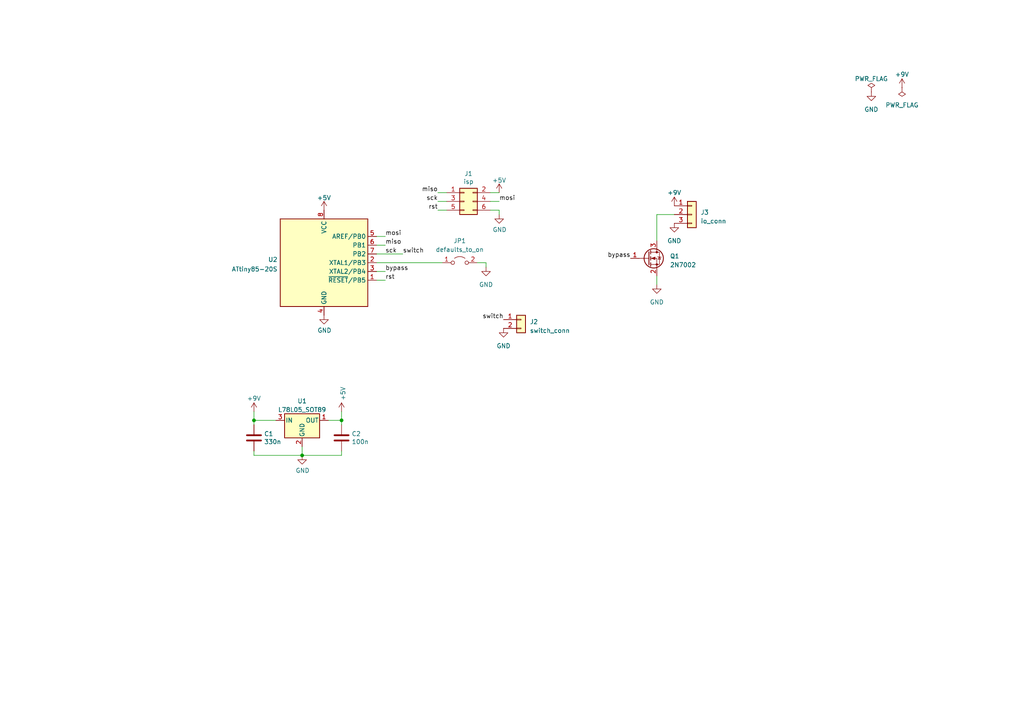
<source format=kicad_sch>
(kicad_sch (version 20230121) (generator eeschema)
  (paper "A4")
  (title_block (title "Switch Mod") (date "2023-07-05") (rev "1") (company "Heuristic Industries"))
  (lib_symbols
    (symbol "Connector_Generic:Conn_01x02" (pin_names (offset 1.016) hide)
      (property "Reference" "J" (at 0 2.54 0))
      (property "Value" "Conn_01x02" (at 0 -5.08 0))
      (symbol "Conn_01x02_1_1"
        (rectangle (start -1.27 -2.413) (end 0 -2.667) (stroke (width 0.1524)))
        (rectangle (start -1.27 0.127) (end 0 -0.127) (stroke (width 0.1524)))
        (rectangle (start -1.27 1.27) (end 1.27 -3.81) (stroke (width 0.254)) (fill (type background)))
        (pin passive line (at -5.08 0 0) (length 3.81) (name "Pin_1") (number "1"))
        (pin passive line (at -5.08 -2.54 0) (length 3.81) (name "Pin_2") (number "2"))
      )
    )
    (symbol "Connector_Generic:Conn_01x03" (pin_names (offset 1.016) hide)
      (property "Reference" "J" (at 0 5.08 0))
      (property "Value" "Conn_01x03" (at 0 -5.08 0))
      (symbol "Conn_01x03_1_1"
        (rectangle (start -1.27 -2.413) (end 0 -2.667) (stroke (width 0.1524)))
        (rectangle (start -1.27 0.127) (end 0 -0.127) (stroke (width 0.1524)))
        (rectangle (start -1.27 2.667) (end 0 2.413) (stroke (width 0.1524)))
        (rectangle (start -1.27 3.81) (end 1.27 -3.81) (stroke (width 0.254)) (fill (type background)))
        (pin passive line (at -5.08 2.54 0) (length 3.81) (name "Pin_1") (number "1"))
        (pin passive line (at -5.08 0 0) (length 3.81) (name "Pin_2") (number "2"))
        (pin passive line (at -5.08 -2.54 0) (length 3.81) (name "Pin_3") (number "3"))
      )
    )
    (symbol "Connector_Generic:Conn_02x03_Odd_Even" (pin_names (offset 1.016) hide)
      (property "Reference" "J" (at 1.27 5.08 0))
      (property "Value" "Conn_02x03_Odd_Even" (at 1.27 -5.08 0))
      (symbol "Conn_02x03_Odd_Even_1_1"
        (rectangle (start -1.27 -2.413) (end 0 -2.667) (stroke (width 0.1524)))
        (rectangle (start -1.27 0.127) (end 0 -0.127) (stroke (width 0.1524)))
        (rectangle (start -1.27 2.667) (end 0 2.413) (stroke (width 0.1524)))
        (rectangle (start -1.27 3.81) (end 3.81 -3.81) (stroke (width 0.254)) (fill (type background)))
        (rectangle (start 3.81 -2.413) (end 2.54 -2.667) (stroke (width 0.1524)))
        (rectangle (start 3.81 0.127) (end 2.54 -0.127) (stroke (width 0.1524)))
        (rectangle (start 3.81 2.667) (end 2.54 2.413) (stroke (width 0.1524)))
        (pin passive line (at -5.08 2.54 0) (length 3.81) (name "Pin_1") (number "1"))
        (pin passive line (at 7.62 2.54 180) (length 3.81) (name "Pin_2") (number "2"))
        (pin passive line (at -5.08 0 0) (length 3.81) (name "Pin_3") (number "3"))
        (pin passive line (at 7.62 0 180) (length 3.81) (name "Pin_4") (number "4"))
        (pin passive line (at -5.08 -2.54 0) (length 3.81) (name "Pin_5") (number "5"))
        (pin passive line (at 7.62 -2.54 180) (length 3.81) (name "Pin_6") (number "6"))
      )
    )
    (symbol "Device:C" (pin_numbers hide) (pin_names (offset 0.254))
      (property "Reference" "C" (at 0.635 2.54 0))
      (property "Value" "C" (at 0.635 -2.54 0))
      (symbol "C_0_1"
        (polyline (pts (xy -2.032 -0.762) (xy 2.032 -0.762)) (stroke (width 0.508)))
        (polyline (pts (xy -2.032 0.762) (xy 2.032 0.762)) (stroke (width 0.508)))
      )
      (symbol "C_1_1"
        (pin passive line (at 0 3.81 270) (length 2.794) (name "~") (number "1"))
        (pin passive line (at 0 -3.81 90) (length 2.794) (name "~") (number "2"))
      )
    )
    (symbol "Jumper:Jumper_2_Open" (pin_names (offset 0) hide)
      (property "Reference" "JP" (at 0 2.794 0))
      (property "Value" "Jumper_2_Open" (at 0 -2.286 0))
      (symbol "Jumper_2_Open_0_0"
        (circle (center -2.032 0) (radius 0.508))
        (circle (center 2.032 0) (radius 0.508))
      )
      (symbol "Jumper_2_Open_0_1"
        (arc (start 1.524 1.27) (mid 0 1.778) (end -1.524 1.27))
      )
      (symbol "Jumper_2_Open_1_1"
        (pin passive line (at -5.08 0 0) (length 2.54) (name "A") (number "1"))
        (pin passive line (at 5.08 0 180) (length 2.54) (name "B") (number "2"))
      )
    )
    (symbol "MCU_Microchip_ATtiny:ATtiny85-20S"
      (property "Reference" "U" (at -12.7 13.97 0))
      (property "Value" "ATtiny85-20S" (at 2.54 -13.97 0))
      (symbol "ATtiny85-20S_0_1"
        (rectangle (start -12.7 -12.7) (end 12.7 12.7) (stroke (width 0.254)) (fill (type background)))
      )
      (symbol "ATtiny85-20S_1_1"
        (pin bidirectional line (at 15.24 -5.08 180) (length 2.54) (name "~{RESET}/PB5") (number "1"))
        (pin bidirectional line (at 15.24 0 180) (length 2.54) (name "XTAL1/PB3") (number "2"))
        (pin bidirectional line (at 15.24 -2.54 180) (length 2.54) (name "XTAL2/PB4") (number "3"))
        (pin power_in line (at 0 -15.24 90) (length 2.54) (name "GND") (number "4"))
        (pin bidirectional line (at 15.24 7.62 180) (length 2.54) (name "AREF/PB0") (number "5"))
        (pin bidirectional line (at 15.24 5.08 180) (length 2.54) (name "PB1") (number "6"))
        (pin bidirectional line (at 15.24 2.54 180) (length 2.54) (name "PB2") (number "7"))
        (pin power_in line (at 0 15.24 270) (length 2.54) (name "VCC") (number "8"))
      )
    )
    (symbol "Regulator_Linear:L78L05_SOT89" (pin_names (offset 0.254))
      (property "Reference" "U" (at -3.81 3.175 0))
      (property "Value" "L78L05_SOT89" (at -0.635 3.175 0))
      (symbol "L78L05_SOT89_0_1"
        (rectangle (start -5.08 1.905) (end 5.08 -5.08) (stroke (width 0.254)) (fill (type background)))
      )
      (symbol "L78L05_SOT89_1_1"
        (pin power_out line (at 7.62 0 180) (length 2.54) (name "OUT") (number "1"))
        (pin power_in line (at 0 -7.62 90) (length 2.54) (name "GND") (number "2"))
        (pin power_in line (at -7.62 0 0) (length 2.54) (name "IN") (number "3"))
      )
    )
    (symbol "Transistor_FET:2N7002" (pin_names hide)
      (property "Reference" "Q" (at 5.08 1.905 0))
      (property "Value" "2N7002" (at 5.08 0 0))
      (symbol "2N7002_0_1"
        (polyline (pts (xy 0.254 0) (xy -2.54 0)))
        (polyline (pts (xy 0.254 1.905) (xy 0.254 -1.905)) (stroke (width 0.254)))
        (polyline (pts (xy 0.762 -1.27) (xy 0.762 -2.286)) (stroke (width 0.254)))
        (polyline (pts (xy 0.762 0.508) (xy 0.762 -0.508)) (stroke (width 0.254)))
        (polyline (pts (xy 0.762 2.286) (xy 0.762 1.27)) (stroke (width 0.254)))
        (polyline (pts (xy 2.54 2.54) (xy 2.54 1.778)))
        (polyline (pts (xy 2.54 -2.54) (xy 2.54 0) (xy 0.762 0)))
        (polyline (pts (xy 0.762 -1.778) (xy 3.302 -1.778) (xy 3.302 1.778) (xy 0.762 1.778)))
        (polyline (pts (xy 1.016 0) (xy 2.032 0.381) (xy 2.032 -0.381) (xy 1.016 0)) (fill (type outline)))
        (polyline (pts (xy 2.794 0.508) (xy 2.921 0.381) (xy 3.683 0.381) (xy 3.81 0.254)))
        (polyline (pts (xy 3.302 0.381) (xy 2.921 -0.254) (xy 3.683 -0.254) (xy 3.302 0.381)))
        (circle (center 1.651 0) (radius 2.794) (stroke (width 0.254)))
        (circle (center 2.54 -1.778) (radius 0.254) (fill (type outline)))
        (circle (center 2.54 1.778) (radius 0.254) (fill (type outline)))
      )
      (symbol "2N7002_1_1"
        (pin input line (at -5.08 0 0) (length 2.54) (name "G") (number "1"))
        (pin passive line (at 2.54 -5.08 90) (length 2.54) (name "S") (number "2"))
        (pin passive line (at 2.54 5.08 270) (length 2.54) (name "D") (number "3"))
      )
    )
    (symbol "power:+5V" (power) (pin_names (offset 0))
      (property "Value" "+5V" (at 0 3.556 0))
      (symbol "+5V_0_1"
        (polyline (pts (xy -0.762 1.27) (xy 0 2.54)))
        (polyline (pts (xy 0 0) (xy 0 2.54)))
        (polyline (pts (xy 0 2.54) (xy 0.762 1.27)))
      )
      (symbol "+5V_1_1"
        (pin power_in line (at 0 0 90) (length 0) hide (name "+5V") (number "1"))
      )
    )
    (symbol "power:+9V" (power) (pin_names (offset 0))
      (property "Value" "+9V" (at 0 3.556 0))
      (symbol "+9V_0_1"
        (polyline (pts (xy -0.762 1.27) (xy 0 2.54)))
        (polyline (pts (xy 0 0) (xy 0 2.54)))
        (polyline (pts (xy 0 2.54) (xy 0.762 1.27)))
      )
      (symbol "+9V_1_1"
        (pin power_in line (at 0 0 90) (length 0) hide (name "+9V") (number "1"))
      )
    )
    (symbol "power:GND" (power) (pin_names (offset 0))
      (property "Value" "GND" (at 0 -3.81 0))
      (symbol "GND_0_1"
        (polyline (pts (xy 0 0) (xy 0 -1.27) (xy 1.27 -1.27) (xy 0 -2.54) (xy -1.27 -1.27) (xy 0 -1.27)))
      )
      (symbol "GND_1_1"
        (pin power_in line (at 0 0 270) (length 0) hide (name "GND") (number "1"))
      )
    )
    (symbol "power:PWR_FLAG" (power) (pin_numbers hide) (pin_names (offset 0) hide)
      (property "Value" "PWR_FLAG" (at 0 3.81 0))
      (symbol "PWR_FLAG_0_0"
        (pin power_out line (at 0 0 90) (length 0) (name "pwr") (number "1"))
      )
      (symbol "PWR_FLAG_0_1"
        (polyline (pts (xy 0 0) (xy 0 1.27) (xy -1.016 1.905) (xy 0 2.54) (xy 1.016 1.905) (xy 0 1.27)))
      )
    )
  )
  (junction (at 99.06 121.92))
  (junction (at 87.63 132.08))
  (junction (at 73.66 121.92))
  (wire (pts (xy 111.76 81.28) (xy 109.22 81.28)))
  (wire (pts (xy 144.78 55.88) (xy 142.24 55.88)))
  (wire (pts (xy 140.97 76.2) (xy 138.43 76.2)))
  (wire (pts (xy 99.06 119.38) (xy 99.06 121.92)))
  (wire (pts (xy 73.66 121.92) (xy 80.01 121.92)))
  (wire (pts (xy 144.78 60.96) (xy 142.24 60.96)))
  (wire (pts (xy 87.63 132.08) (xy 99.06 132.08)))
  (wire (pts (xy 99.06 123.19) (xy 99.06 121.92)))
  (wire (pts (xy 99.06 121.92) (xy 95.25 121.92)))
  (wire (pts (xy 190.5 80.01) (xy 190.5 82.55)))
  (wire (pts (xy 73.66 119.38) (xy 73.66 121.92)))
  (wire (pts (xy 140.97 77.47) (xy 140.97 76.2)))
  (wire (pts (xy 127 55.88) (xy 129.54 55.88)))
  (wire (pts (xy 109.22 68.58) (xy 111.76 68.58)))
  (wire (pts (xy 190.5 62.23) (xy 190.5 69.85)))
  (wire (pts (xy 109.22 78.74) (xy 111.76 78.74)))
  (wire (pts (xy 73.66 130.81) (xy 73.66 132.08)))
  (wire (pts (xy 195.58 62.23) (xy 190.5 62.23)))
  (wire (pts (xy 73.66 132.08) (xy 87.63 132.08)))
  (wire (pts (xy 111.76 71.12) (xy 109.22 71.12)))
  (wire (pts (xy 87.63 132.08) (xy 87.63 129.54)))
  (wire (pts (xy 99.06 130.81) (xy 99.06 132.08)))
  (wire (pts (xy 73.66 123.19) (xy 73.66 121.92)))
  (wire (pts (xy 109.22 73.66) (xy 116.84 73.66)))
  (wire (pts (xy 127 60.96) (xy 129.54 60.96)))
  (wire (pts (xy 109.22 76.2) (xy 128.27 76.2)))
  (wire (pts (xy 127 58.42) (xy 129.54 58.42)))
  (wire (pts (xy 144.78 62.23) (xy 144.78 60.96)))
  (wire (pts (xy 142.24 58.42) (xy 144.78 58.42)))
  (label "mosi" (at 111.76 68.58 0))
  (label "rst" (at 111.76 81.28 0))
  (label "sck" (at 111.76 73.66 0))
  (label "bypass" (at 111.76 78.74 0))
  (label "rst" (at 127 60.96 180))
  (label "switch" (at 116.84 73.66 0))
  (label "bypass" (at 182.88 74.93 180))
  (label "miso" (at 111.76 71.12 0))
  (label "switch" (at 146.05 92.71 180))
  (label "mosi" (at 144.78 58.42 0))
  (label "sck" (at 127 58.42 180))
  (label "miso" (at 127 55.88 180))
  (symbol (lib_id "power:GND") (at 146.05 95.25 0) (unit 1)
    (property "Reference" "#PWR03" (effects hide))
    (property "Value" "GND" (at 146.05 100.33 0))
  )
  (symbol (lib_id "Device:C") (at 99.06 127 0) (unit 1)
    (property "Reference" "C2" (at 101.981 125.8316 0) (effects (justify left)))
    (property "Value" "100n" (at 101.981 128.143 0) (effects (justify left)))
    (property "Footprint" "Capacitor_SMD:C_0805_2012Metric" (effects hide))
    (property "LCSC" "C28233" (effects hide))
  )
  (symbol (lib_id "power:PWR_FLAG") (at 252.73 26.67 0) (unit 1)
    (property "Reference" "#FLG02" (effects hide))
    (property "Value" "PWR_FLAG" (at 252.73 22.86 0))
  )
  (symbol (lib_id "Regulator_Linear:L78L05_SOT89") (at 87.63 121.92 0) (unit 1)
    (property "Reference" "U1" (at 87.63 116.3152 0))
    (property "Value" "L78L05_SOT89" (at 87.63 118.8521 0))
    (property "Footprint" "Package_TO_SOT_SMD:SOT-89-3" (effects hide))
    (property "Datasheet" "http://www.st.com/content/ccc/resource/technical/document/datasheet/15/55/e5/aa/23/5b/43/fd/CD00000446.pdf/files/CD00000446.pdf/jcr:content/translations/en.CD00000446.pdf" (effects hide))
    (property "LCSC" "C71136" (effects hide))
  )
  (symbol (lib_id "power:+5V") (at 93.98 60.96 0) (unit 1)
    (property "Reference" "#PWR01" (effects hide))
    (property "Value" "+5V" (at 93.98 57.3842 0))
    (property "LCSC" "C22935" (effects hide))
  )
  (symbol (lib_id "power:PWR_FLAG") (at 261.62 25.4 180) (unit 1)
    (property "Reference" "#FLG01" (effects hide))
    (property "Value" "PWR_FLAG" (at 261.62 30.48 0))
  )
  (symbol (lib_id "power:+5V") (at 144.78 55.88 0) (unit 1)
    (property "Reference" "#PWR05" (effects hide))
    (property "Value" "+5V" (at 144.78 52.3042 0))
  )
  (symbol (lib_id "power:GND") (at 144.78 62.23 0) (unit 1)
    (property "Reference" "#PWR06" (effects hide))
    (property "Value" "GND" (at 144.907 66.6242 0))
    (property "LCSC" "C22935" (effects hide))
  )
  (symbol (lib_id "power:GND") (at 195.58 64.77 0) (unit 1)
    (property "Reference" "#PWR013" (effects hide))
    (property "Value" "GND" (at 195.58 69.85 0))
  )
  (symbol (lib_id "power:+5V") (at 99.06 119.38 0) (unit 1)
    (property "Reference" "#PWR09" (effects hide))
    (property "Value" "+5V" (at 99.4938 116.205 90) (effects (justify left)))
    (property "LCSC" "C22935" (effects hide))
  )
  (symbol (lib_id "power:GND") (at 140.97 77.47 0) (unit 1)
    (property "Reference" "#PWR014" (effects hide))
    (property "Value" "GND" (at 140.97 82.55 0))
  )
  (symbol (lib_id "power:GND") (at 252.73 26.67 0) (unit 1)
    (property "Reference" "#PWR011" (effects hide))
    (property "Value" "GND" (at 252.73 31.75 0))
  )
  (symbol (lib_id "Connector_Generic:Conn_02x03_Odd_Even") (at 134.62 58.42 0) (unit 1)
    (property "Reference" "J1" (at 135.89 50.3682 0))
    (property "Value" "isp" (at 135.89 52.6796 0))
    (property "Footprint" "Connector:Tag-Connect_TC2030-IDC-NL_2x03_P1.27mm_Vertical" (effects hide))
  )
  (symbol (lib_id "Connector_Generic:Conn_01x03") (at 200.66 62.23 0) (unit 1)
    (property "Reference" "J3" (at 203.2 61.595 0) (effects (justify left)))
    (property "Value" "io_conn" (at 203.2 64.135 0) (effects (justify left)))
    (property "Footprint" "Connector_PinHeader_2.54mm:PinHeader_1x03_P2.54mm_Vertical" (effects hide))
  )
  (symbol (lib_id "power:+9V") (at 261.62 25.4 0) (unit 1)
    (property "Reference" "#PWR010" (effects hide))
    (property "Value" "+9V" (at 261.62 21.59 0))
    (property "LCSC" "C22935" (effects hide))
  )
  (symbol (lib_id "power:GND") (at 87.63 132.08 0) (unit 1)
    (property "Reference" "#PWR08" (effects hide))
    (property "Value" "GND" (at 87.757 136.4742 0))
    (property "LCSC" "C22935" (effects hide))
  )
  (symbol (lib_id "power:GND") (at 190.5 82.55 0) (unit 1)
    (property "Reference" "#PWR012" (effects hide))
    (property "Value" "GND" (at 190.5 87.63 0))
  )
  (symbol (lib_id "MCU_Microchip_ATtiny:ATtiny85-20S") (at 93.98 76.2 0) (unit 1)
    (property "Reference" "U2" (at 80.518 75.2915 0) (effects (justify right)))
    (property "Value" "ATtiny85-20S" (at 80.518 78.0666 0) (effects (justify right)))
    (property "Footprint" "kicad library:SOICxDIP" (effects hide))
    (property "Datasheet" "http://ww1.microchip.com/downloads/en/DeviceDoc/atmel-2586-avr-8-bit-microcontroller-attiny25-attiny45-attiny85_datasheet.pdf" (effects hide))
  )
  (symbol (lib_id "Transistor_FET:2N7002") (at 187.96 74.93 0) (unit 1)
    (property "Reference" "Q1" (at 194.31 74.295 0) (effects (justify left)))
    (property "Value" "2N7002" (at 194.31 76.835 0) (effects (justify left)))
    (property "Footprint" "Package_TO_SOT_SMD:SOT-23" (effects hide))
    (property "Datasheet" "https://www.onsemi.com/pub/Collateral/NDS7002A-D.PDF" (effects hide))
    (property "LCSC" "C8545" (effects hide))
  )
  (symbol (lib_id "power:+9V") (at 195.58 59.69 0) (unit 1)
    (property "Reference" "#PWR04" (effects hide))
    (property "Value" "+9V" (at 195.58 55.88 0))
    (property "LCSC" "C22935" (effects hide))
  )
  (symbol (lib_id "Device:C") (at 73.66 127 0) (unit 1)
    (property "Reference" "C1" (at 76.581 125.8316 0) (effects (justify left)))
    (property "Value" "330n" (at 76.581 128.143 0) (effects (justify left)))
    (property "Footprint" "Capacitor_SMD:C_0805_2012Metric" (effects hide))
    (property "LCSC" "C1740" (effects hide))
  )
  (symbol (lib_id "Connector_Generic:Conn_01x02") (at 151.13 92.71 0) (unit 1)
    (property "Reference" "J2" (at 153.67 93.345 0) (effects (justify left)))
    (property "Value" "switch_conn" (at 153.67 95.885 0) (effects (justify left)))
    (property "Footprint" "Connector_PinHeader_2.54mm:PinHeader_1x02_P2.54mm_Vertical" (effects hide))
  )
  (symbol (lib_id "power:GND") (at 93.98 91.44 0) (unit 1)
    (property "Reference" "#PWR02" (effects hide))
    (property "Value" "GND" (at 94.107 95.8342 0))
    (property "LCSC" "C22935" (effects hide))
  )
  (symbol (lib_id "power:+9V") (at 73.66 119.38 0) (unit 1)
    (property "Reference" "#PWR07" (effects hide))
    (property "Value" "+9V" (at 73.66 115.57 0))
    (property "LCSC" "C22935" (effects hide))
  )
  (symbol (lib_id "Jumper:Jumper_2_Open") (at 133.35 76.2 0) (unit 1)
    (property "Reference" "JP1" (at 133.35 69.85 0))
    (property "Value" "defaults_to_on" (at 133.35 72.39 0))
    (property "Footprint" "Jumper:SolderJumper-2_P1.3mm_Open_TrianglePad1.0x1.5mm" (effects hide))
  )
)
</source>
